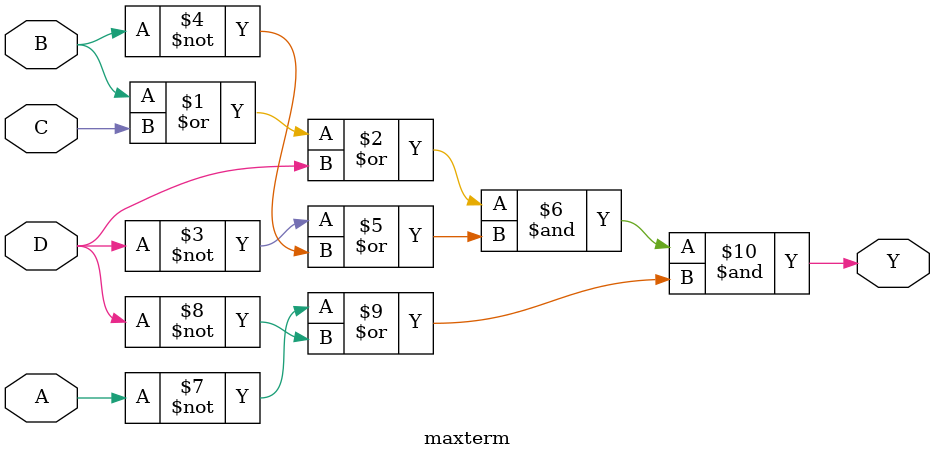
<source format=v>
module maxterm (
    input A, B, C, D,
    output Y
);

assign Y = (B|C|D) & (~D|~B) & (~A | ~D);// Enter your equation here

endmodule

</source>
